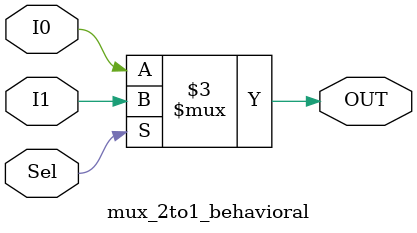
<source format=v>
module mux_2to1_behavioral(OUT,I0,I1,Sel); //Defines module for 2*1 mux with three input ports: ip0, ip1, and s0, and one output port out.
input I0, I1, Sel; // Defines ip0, ip1, and s0 are input ports to the module.
output OUT; // Defines output port of the module
reg OUT; // Defines Out as a register
always@(Sel or I0 or I1) // Define that block should be executed whenever any of the three input signals (s0, ip0, or ip1) change. 
begin
if(Sel) 
OUT = I1;  
else
OUT = I0;// Checks the value of s0 and gives the output respectively
end
endmodule

</source>
